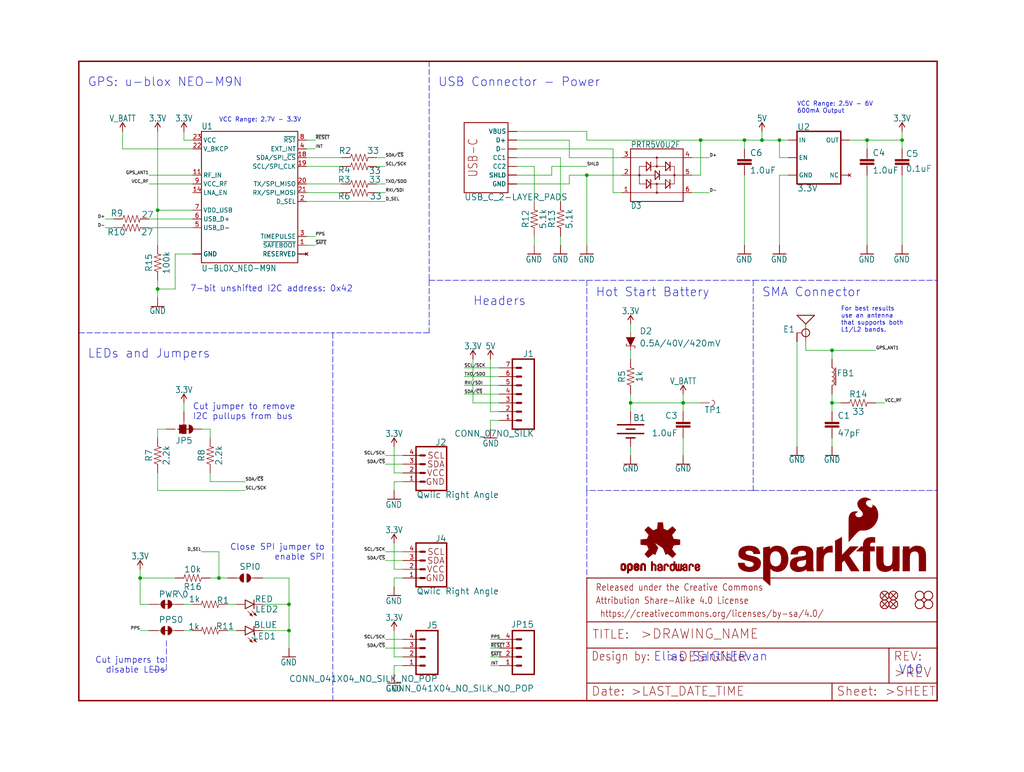
<source format=kicad_sch>
(kicad_sch (version 20211123) (generator eeschema)
  (paper "User" 297.002 223.926)
  (lib_symbols
    (symbol "SparkFun GPS NEO_M9N_SMA-eagle-import:0.1UF-0603-25V-(+80{slash}-20%)"
      (property "Reference" "C" (at 1.524 2.921 0))
      (property "Value" "0.1UF-0603-25V-(+80{slash}-20%)" (at 1.524 -2.159 0))
      (symbol "0.1UF-0603-25V-(+80{slash}-20%)_1_0"
        (pin passive line (at 0 5.08 270) (length 2.54) (name "1") (number "1"))
        (pin passive line (at 0 -2.54 90) (length 2.54) (name "2") (number "2"))
      )
    )
    (symbol "SparkFun GPS NEO_M9N_SMA-eagle-import:1.0UF-0603-16V-10%"
      (property "Reference" "C" (at 1.524 2.921 0))
      (property "Value" "1.0UF-0603-16V-10%" (at 1.524 -2.159 0))
      (symbol "1.0UF-0603-16V-10%_1_0"
        (pin passive line (at 0 5.08 270) (length 2.54) (name "1") (number "1"))
        (pin passive line (at 0 -2.54 90) (length 2.54) (name "2") (number "2"))
      )
    )
    (symbol "SparkFun GPS NEO_M9N_SMA-eagle-import:100KOHM-0603-1{slash}10W-1%"
      (property "Reference" "R" (at 0 1.524 0))
      (property "Value" "100KOHM-0603-1{slash}10W-1%" (at 0 -1.524 0))
      (symbol "100KOHM-0603-1{slash}10W-1%_1_0"
        (pin passive line (at -5.08 0 0) (length 2.54) (name "1") (number "1"))
        (pin passive line (at 5.08 0 180) (length 2.54) (name "2") (number "2"))
      )
    )
    (symbol "SparkFun GPS NEO_M9N_SMA-eagle-import:10KOHM-0402-1{slash}16W-1%"
      (property "Reference" "R" (at 0 1.524 0))
      (property "Value" "10KOHM-0402-1{slash}16W-1%" (at 0 -1.524 0))
      (symbol "10KOHM-0402-1{slash}16W-1%_1_0"
        (pin passive line (at -5.08 0 0) (length 2.54) (name "1") (number "1"))
        (pin passive line (at 5.08 0 180) (length 2.54) (name "2") (number "2"))
      )
    )
    (symbol "SparkFun GPS NEO_M9N_SMA-eagle-import:1KOHM-0603-1{slash}10W-1%"
      (property "Reference" "R" (at 0 1.524 0))
      (property "Value" "1KOHM-0603-1{slash}10W-1%" (at 0 -1.524 0))
      (symbol "1KOHM-0603-1{slash}10W-1%_1_0"
        (pin passive line (at -5.08 0 0) (length 2.54) (name "1") (number "1"))
        (pin passive line (at 5.08 0 180) (length 2.54) (name "2") (number "2"))
      )
    )
    (symbol "SparkFun GPS NEO_M9N_SMA-eagle-import:2.2KOHM-0603-1{slash}10W-1%"
      (property "Reference" "R" (at 0 1.524 0))
      (property "Value" "2.2KOHM-0603-1{slash}10W-1%" (at 0 -1.524 0))
      (symbol "2.2KOHM-0603-1{slash}10W-1%_1_0"
        (pin passive line (at -5.08 0 0) (length 2.54) (name "1") (number "1"))
        (pin passive line (at 5.08 0 180) (length 2.54) (name "2") (number "2"))
      )
    )
    (symbol "SparkFun GPS NEO_M9N_SMA-eagle-import:27OHM-0603-1{slash}10W-1%"
      (property "Reference" "R" (at 0 1.524 0))
      (property "Value" "27OHM-0603-1{slash}10W-1%" (at 0 -1.524 0))
      (symbol "27OHM-0603-1{slash}10W-1%_1_0"
        (pin passive line (at -5.08 0 0) (length 2.54) (name "1") (number "1"))
        (pin passive line (at 5.08 0 180) (length 2.54) (name "2") (number "2"))
      )
    )
    (symbol "SparkFun GPS NEO_M9N_SMA-eagle-import:3.3V" (power)
      (property "Value" "3.3V" (at 0 2.794 0))
      (symbol "3.3V_1_0"
        (pin power_in line (at 0 0 90) (length 2.54) (name "3.3V") (number "1"))
      )
    )
    (symbol "SparkFun GPS NEO_M9N_SMA-eagle-import:33OHM-0402-1{slash}10W-1%"
      (property "Reference" "R" (at 0 1.524 0))
      (property "Value" "33OHM-0402-1{slash}10W-1%" (at 0 -1.524 0))
      (symbol "33OHM-0402-1{slash}10W-1%_1_0"
        (pin passive line (at -5.08 0 0) (length 2.54) (name "1") (number "1"))
        (pin passive line (at 5.08 0 180) (length 2.54) (name "2") (number "2"))
      )
    )
    (symbol "SparkFun GPS NEO_M9N_SMA-eagle-import:33OHM-0603-1{slash}10W-1%"
      (property "Reference" "R" (at 0 1.524 0))
      (property "Value" "33OHM-0603-1{slash}10W-1%" (at 0 -1.524 0))
      (symbol "33OHM-0603-1{slash}10W-1%_1_0"
        (pin passive line (at -5.08 0 0) (length 2.54) (name "1") (number "1"))
        (pin passive line (at 5.08 0 180) (length 2.54) (name "2") (number "2"))
      )
    )
    (symbol "SparkFun GPS NEO_M9N_SMA-eagle-import:47PF-0402-25V-5%-X7R"
      (property "Reference" "C" (at 1.524 2.921 0))
      (property "Value" "47PF-0402-25V-5%-X7R" (at 1.524 -2.159 0))
      (symbol "47PF-0402-25V-5%-X7R_1_0"
        (pin passive line (at 0 5.08 270) (length 2.54) (name "1") (number "1"))
        (pin passive line (at 0 -2.54 90) (length 2.54) (name "2") (number "2"))
      )
    )
    (symbol "SparkFun GPS NEO_M9N_SMA-eagle-import:5.1KOHM5.1KOHM-0603-1{slash}10W-1%"
      (property "Reference" "R" (at 0 1.524 0))
      (property "Value" "5.1KOHM5.1KOHM-0603-1{slash}10W-1%" (at 0 -1.524 0))
      (symbol "5.1KOHM5.1KOHM-0603-1{slash}10W-1%_1_0"
        (pin passive line (at -5.08 0 0) (length 2.54) (name "1") (number "1"))
        (pin passive line (at 5.08 0 180) (length 2.54) (name "2") (number "2"))
      )
    )
    (symbol "SparkFun GPS NEO_M9N_SMA-eagle-import:5V" (power)
      (property "Value" "5V" (at 0 2.794 0))
      (symbol "5V_1_0"
        (pin power_in line (at 0 0 90) (length 2.54) (name "5V") (number "1"))
      )
    )
    (symbol "SparkFun GPS NEO_M9N_SMA-eagle-import:ANTENNA-GROUNDEDEDGE_SMA_SMD"
      (property "Reference" "E" (at 3.048 0 0))
      (property "Value" "ANTENNA-GROUNDEDEDGE_SMA_SMD" (at 3.048 -2.286 0))
      (symbol "ANTENNA-GROUNDEDEDGE_SMA_SMD_1_0"
        (pin bidirectional line (at 2.54 -2.54 90) (length 2.54) (name "GND") (number "GND@0"))
        (pin bidirectional line (at 2.54 -2.54 90) (length 2.54) (name "GND") (number "GND@1"))
        (pin bidirectional line (at 0 -2.54 90) (length 2.54) (name "SIGNAL") (number "SIG"))
      )
    )
    (symbol "SparkFun GPS NEO_M9N_SMA-eagle-import:CONN_041X04_NO_SILK_NO_POP"
      (property "Reference" "J" (at -5.08 8.128 0))
      (property "Value" "CONN_041X04_NO_SILK_NO_POP" (at -5.08 -7.366 0))
      (symbol "CONN_041X04_NO_SILK_NO_POP_1_0"
        (pin passive line (at 5.08 -2.54 180) (length 5.08) (name "1") (number "1"))
        (pin passive line (at 5.08 0 180) (length 5.08) (name "2") (number "2"))
        (pin passive line (at 5.08 2.54 180) (length 5.08) (name "3") (number "3"))
        (pin passive line (at 5.08 5.08 180) (length 5.08) (name "4") (number "4"))
      )
    )
    (symbol "SparkFun GPS NEO_M9N_SMA-eagle-import:CONN_07NO_SILK"
      (property "Reference" "J" (at -5.08 13.208 0))
      (property "Value" "CONN_07NO_SILK" (at -5.08 -9.906 0))
      (symbol "CONN_07NO_SILK_1_0"
        (pin passive line (at 5.08 -5.08 180) (length 5.08) (name "1") (number "1"))
        (pin passive line (at 5.08 -2.54 180) (length 5.08) (name "2") (number "2"))
        (pin passive line (at 5.08 0 180) (length 5.08) (name "3") (number "3"))
        (pin passive line (at 5.08 2.54 180) (length 5.08) (name "4") (number "4"))
        (pin passive line (at 5.08 5.08 180) (length 5.08) (name "5") (number "5"))
        (pin passive line (at 5.08 7.62 180) (length 5.08) (name "6") (number "6"))
        (pin passive line (at 5.08 10.16 180) (length 5.08) (name "7") (number "7"))
      )
    )
    (symbol "SparkFun GPS NEO_M9N_SMA-eagle-import:DIODE-SCHOTTKY-PMEG4005EJ"
      (property "Reference" "D" (at -2.54 2.032 0))
      (property "Value" "DIODE-SCHOTTKY-PMEG4005EJ" (at -2.54 -2.032 0))
      (symbol "DIODE-SCHOTTKY-PMEG4005EJ_1_0"
        (pin passive line (at -2.54 0 0) (length 0) (name "A") (number "A"))
        (pin passive line (at 2.54 0 180) (length 0) (name "C") (number "C"))
      )
    )
    (symbol "SparkFun GPS NEO_M9N_SMA-eagle-import:FERRITE_BEAD-120_OHM-0402"
      (property "Reference" "FB" (at 1.27 2.54 0))
      (property "Value" "FERRITE_BEAD-120_OHM-0402" (at 1.27 -2.54 0))
      (symbol "FERRITE_BEAD-120_OHM-0402_1_0"
        (pin passive line (at 0 5.08 270) (length 2.54) (name "1") (number "1"))
        (pin passive line (at 0 -5.08 90) (length 2.54) (name "2") (number "2"))
      )
    )
    (symbol "SparkFun GPS NEO_M9N_SMA-eagle-import:FIDUCIALUFIDUCIAL")
    (symbol "SparkFun GPS NEO_M9N_SMA-eagle-import:FRAME-LETTER"
      (symbol "FRAME-LETTER_2_0"
        (text " https://creativecommons.org/licenses/by-sa/4.0/" (at 2.54 24.13 0) (effects (font (size 1.9304 1.6408)) (justify left bottom)))
        (text ">DESIGNER" (at 23.114 11.176 0) (effects (font (size 2.7432 2.7432)) (justify left bottom)))
        (text ">DRAWING_NAME" (at 15.494 17.78 0) (effects (font (size 2.7432 2.7432)) (justify left bottom)))
        (text ">LAST_DATE_TIME" (at 12.7 1.27 0) (effects (font (size 2.54 2.54)) (justify left bottom)))
        (text ">REV" (at 88.9 6.604 0) (effects (font (size 2.7432 2.7432)) (justify left bottom)))
        (text ">SHEET" (at 86.36 1.27 0) (effects (font (size 2.54 2.54)) (justify left bottom)))
        (text "Attribution Share-Alike 4.0 License" (at 2.54 27.94 0) (effects (font (size 1.9304 1.6408)) (justify left bottom)))
        (text "Date:" (at 1.27 1.27 0) (effects (font (size 2.54 2.54)) (justify left bottom)))
        (text "Design by:" (at 1.27 11.43 0) (effects (font (size 2.54 2.159)) (justify left bottom)))
        (text "Released under the Creative Commons" (at 2.54 31.75 0) (effects (font (size 1.9304 1.6408)) (justify left bottom)))
        (text "REV:" (at 88.9 11.43 0) (effects (font (size 2.54 2.54)) (justify left bottom)))
        (text "Sheet:" (at 72.39 1.27 0) (effects (font (size 2.54 2.54)) (justify left bottom)))
        (text "TITLE:" (at 1.524 17.78 0) (effects (font (size 2.54 2.54)) (justify left bottom)))
      )
    )
    (symbol "SparkFun GPS NEO_M9N_SMA-eagle-import:GND" (power)
      (property "Value" "GND" (at 0 -0.254 0))
      (symbol "GND_1_0"
        (pin power_in line (at 0 2.54 270) (length 2.54) (name "GND") (number "1"))
      )
    )
    (symbol "SparkFun GPS NEO_M9N_SMA-eagle-import:I2C_STANDARDQWIIC"
      (property "Reference" "J" (at -5.08 7.874 0))
      (property "Value" "I2C_STANDARDQWIIC" (at -5.08 -5.334 0))
      (symbol "I2C_STANDARDQWIIC_1_0"
        (text "GND" (at -4.572 -2.54 0) (effects (font (size 1.778 1.778)) (justify left)))
        (text "SCL" (at -4.572 5.08 0) (effects (font (size 1.778 1.778)) (justify left)))
        (text "SDA" (at -4.572 2.54 0) (effects (font (size 1.778 1.778)) (justify left)))
        (text "VCC" (at -4.572 0 0) (effects (font (size 1.778 1.778)) (justify left)))
        (pin power_in line (at 7.62 -2.54 180) (length 5.08) (name "1") (number "1"))
        (pin power_in line (at 7.62 0 180) (length 5.08) (name "2") (number "2"))
        (pin passive line (at 7.62 2.54 180) (length 5.08) (name "3") (number "3"))
        (pin passive line (at 7.62 5.08 180) (length 5.08) (name "4") (number "4"))
      )
    )
    (symbol "SparkFun GPS NEO_M9N_SMA-eagle-import:JUMPER-SMT_2_NC_TRACE_SILK"
      (property "Reference" "JP" (at -2.54 2.54 0))
      (property "Value" "JUMPER-SMT_2_NC_TRACE_SILK" (at -2.54 -2.54 0))
      (symbol "JUMPER-SMT_2_NC_TRACE_SILK_1_0"
        (pin passive line (at -5.08 0 0) (length 2.54) (name "1") (number "1"))
        (pin passive line (at 5.08 0 180) (length 2.54) (name "2") (number "2"))
      )
    )
    (symbol "SparkFun GPS NEO_M9N_SMA-eagle-import:JUMPER-SMT_2_NO_SILK"
      (property "Reference" "JP" (at -2.54 2.54 0))
      (property "Value" "JUMPER-SMT_2_NO_SILK" (at -2.54 -2.54 0))
      (symbol "JUMPER-SMT_2_NO_SILK_1_0"
        (pin passive line (at -5.08 0 0) (length 2.54) (name "1") (number "1"))
        (pin passive line (at 5.08 0 180) (length 2.54) (name "2") (number "2"))
      )
    )
    (symbol "SparkFun GPS NEO_M9N_SMA-eagle-import:JUMPER-SMT_3_2-NC_TRACE_SILK"
      (property "Reference" "JP" (at 2.54 0.381 0))
      (property "Value" "JUMPER-SMT_3_2-NC_TRACE_SILK" (at 2.54 -0.381 0))
      (symbol "JUMPER-SMT_3_2-NC_TRACE_SILK_1_0"
        (pin passive line (at 0 5.08 270) (length 2.54) (name "1") (number "1"))
        (pin passive line (at -5.08 0 0) (length 2.54) (name "2") (number "2"))
        (pin passive line (at 0 -5.08 90) (length 2.54) (name "3") (number "3"))
      )
    )
    (symbol "SparkFun GPS NEO_M9N_SMA-eagle-import:LED-BLUE0603"
      (property "Reference" "D" (at -3.429 -4.572 90))
      (property "Value" "LED-BLUE0603" (at 1.905 -4.572 90))
      (symbol "LED-BLUE0603_1_0"
        (pin passive line (at 0 2.54 270) (length 2.54) (name "A") (number "A"))
        (pin passive line (at 0 -5.08 90) (length 2.54) (name "C") (number "C"))
      )
    )
    (symbol "SparkFun GPS NEO_M9N_SMA-eagle-import:LED-RED0603"
      (property "Reference" "D" (at -3.429 -4.572 90))
      (property "Value" "LED-RED0603" (at 1.905 -4.572 90))
      (symbol "LED-RED0603_1_0"
        (pin passive line (at 0 2.54 270) (length 2.54) (name "A") (number "A"))
        (pin passive line (at 0 -5.08 90) (length 2.54) (name "C") (number "C"))
      )
    )
    (symbol "SparkFun GPS NEO_M9N_SMA-eagle-import:ML414H_IV01E_BATTERY"
      (property "Reference" "BT" (at 0 4.318 0))
      (property "Value" "ML414H_IV01E_BATTERY" (at 0 -4.318 0))
      (symbol "ML414H_IV01E_BATTERY_1_0"
        (pin power_in line (at -5.08 0 0) (length 2.54) (name "+") (number "+"))
        (pin power_in line (at 5.08 0 180) (length 2.54) (name "-") (number "-"))
      )
    )
    (symbol "SparkFun GPS NEO_M9N_SMA-eagle-import:OSHW-LOGOMINI")
    (symbol "SparkFun GPS NEO_M9N_SMA-eagle-import:PRTR5V0U2F"
      (property "Reference" "D" (at -7.62 7.874 0))
      (property "Value" "PRTR5V0U2F" (at -7.62 -7.874 0))
      (symbol "PRTR5V0U2F_1_0"
        (pin bidirectional line (at -10.16 5.08 0) (length 2.54) (name "1") (number "1"))
        (pin bidirectional line (at -10.16 0 0) (length 2.54) (name "2") (number "2"))
        (pin bidirectional line (at -10.16 -5.08 0) (length 2.54) (name "3") (number "3"))
        (pin bidirectional line (at 10.16 -5.08 180) (length 2.54) (name "4") (number "4"))
        (pin bidirectional line (at 10.16 0 180) (length 2.54) (name "5") (number "5"))
        (pin bidirectional line (at 10.16 5.08 180) (length 2.54) (name "6") (number "6"))
      )
    )
    (symbol "SparkFun GPS NEO_M9N_SMA-eagle-import:SFE_LOGO_NAME_FLAME.1_INCH")
    (symbol "SparkFun GPS NEO_M9N_SMA-eagle-import:STAND-OFF")
    (symbol "SparkFun GPS NEO_M9N_SMA-eagle-import:TEST-POINT3X4"
      (property "Reference" "TP" (at -2.54 2.54 0))
      (property "Value" "TEST-POINT3X4" (at -2.54 -2.54 0))
      (symbol "TEST-POINT3X4_1_0"
        (pin bidirectional line (at 0 0 180) (length 0) (name "1") (number "P$1"))
      )
    )
    (symbol "SparkFun GPS NEO_M9N_SMA-eagle-import:U-BLOX_NEO-M9N"
      (property "Reference" "U" (at -12.7 18.288 0))
      (property "Value" "U-BLOX_NEO-M9N" (at -12.7 -22.86 0))
      (symbol "U-BLOX_NEO-M9N_1_0"
        (pin bidirectional line (at 17.78 -15.24 180) (length 2.54) (name "~{SAFEBOOT}") (number "1"))
        (pin bidirectional line (at -15.24 -17.78 0) (length 2.54) (name "GND") (number "10"))
        (pin bidirectional line (at -15.24 5.08 0) (length 2.54) (name "RF_IN") (number "11"))
        (pin bidirectional line (at -15.24 -17.78 0) (length 2.54) (name "GND") (number "12"))
        (pin bidirectional line (at -15.24 -17.78 0) (length 2.54) (name "GND") (number "13"))
        (pin bidirectional line (at -15.24 0 0) (length 2.54) (name "LNA_EN") (number "14"))
        (pin no_connect line (at 17.78 -17.78 180) (length 2.54) (name "RESERVED") (number "15"))
        (pin no_connect line (at 17.78 -17.78 180) (length 2.54) (name "RESERVED") (number "16"))
        (pin no_connect line (at 17.78 -17.78 180) (length 2.54) (name "RESERVED") (number "17"))
        (pin bidirectional line (at 17.78 10.16 180) (length 2.54) (name "SDA/SPI_~{CS}") (number "18"))
        (pin bidirectional line (at 17.78 7.62 180) (length 2.54) (name "SCL/SPI_CLK") (number "19"))
        (pin bidirectional line (at 17.78 -2.54 180) (length 2.54) (name "D_SEL") (number "2"))
        (pin bidirectional line (at 17.78 2.54 180) (length 2.54) (name "TX/SPI_MISO") (number "20"))
        (pin bidirectional line (at 17.78 0 180) (length 2.54) (name "RX/SPI_MOSI") (number "21"))
        (pin bidirectional line (at -15.24 12.7 0) (length 2.54) (name "V_BKCP") (number "22"))
        (pin bidirectional line (at -15.24 15.24 0) (length 2.54) (name "VCC") (number "23"))
        (pin bidirectional line (at -15.24 -17.78 0) (length 2.54) (name "GND") (number "24"))
        (pin bidirectional line (at 17.78 -12.7 180) (length 2.54) (name "TIMEPULSE") (number "3"))
        (pin bidirectional line (at 17.78 12.7 180) (length 2.54) (name "EXT_INT") (number "4"))
        (pin bidirectional line (at -15.24 -10.16 0) (length 2.54) (name "USB_D-") (number "5"))
        (pin bidirectional line (at -15.24 -7.62 0) (length 2.54) (name "USB_D+") (number "6"))
        (pin bidirectional line (at -15.24 -5.08 0) (length 2.54) (name "VDD_USB") (number "7"))
        (pin bidirectional line (at 17.78 15.24 180) (length 2.54) (name "~{RST}") (number "8"))
        (pin bidirectional line (at -15.24 2.54 0) (length 2.54) (name "VCC_RF") (number "9"))
      )
    )
    (symbol "SparkFun GPS NEO_M9N_SMA-eagle-import:USB_C_2-LAYER_PADS"
      (property "Reference" "J" (at -2.54 10.414 0))
      (property "Value" "USB_C_2-LAYER_PADS" (at -2.54 -12.446 0))
      (symbol "USB_C_2-LAYER_PADS_1_0"
        (text "USB-C" (at 0 0 900) (effects (font (size 2.54 2.159))))
        (pin bidirectional line (at 12.7 0 180) (length 2.54) (name "CC1") (number "A5"))
        (pin bidirectional line (at 12.7 5.08 180) (length 2.54) (name "D+") (number "A6"))
        (pin bidirectional line (at 12.7 2.54 180) (length 2.54) (name "D-") (number "A7"))
        (pin bidirectional line (at 12.7 -2.54 180) (length 2.54) (name "CC2") (number "B5"))
        (pin bidirectional line (at 12.7 5.08 180) (length 2.54) (name "D+") (number "B6"))
        (pin bidirectional line (at 12.7 2.54 180) (length 2.54) (name "D-") (number "B7"))
        (pin bidirectional line (at 12.7 -7.62 180) (length 2.54) (name "GND") (number "GND"))
        (pin bidirectional line (at 12.7 -7.62 180) (length 2.54) (name "GND") (number "GND2"))
        (pin bidirectional line (at 12.7 -5.08 180) (length 2.54) (name "SHLD") (number "SHLD1"))
        (pin bidirectional line (at 12.7 -5.08 180) (length 2.54) (name "SHLD") (number "SHLD2"))
        (pin bidirectional line (at 12.7 -5.08 180) (length 2.54) (name "SHLD") (number "SHLD3"))
        (pin bidirectional line (at 12.7 -5.08 180) (length 2.54) (name "SHLD") (number "SHLD4"))
        (pin bidirectional line (at 12.7 7.62 180) (length 2.54) (name "VBUS") (number "VBUS1"))
        (pin bidirectional line (at 12.7 7.62 180) (length 2.54) (name "VBUS") (number "VBUS2"))
      )
    )
    (symbol "SparkFun GPS NEO_M9N_SMA-eagle-import:V_BATT" (power)
      (property "Value" "V_BATT" (at 0 2.794 0))
      (symbol "V_BATT_1_0"
        (pin power_in line (at 0 0 90) (length 2.54) (name "V_BATT") (number "1"))
      )
    )
    (symbol "SparkFun GPS NEO_M9N_SMA-eagle-import:V_REG_AP2112K-3.3V"
      (property "Reference" "U" (at -7.62 7.874 0))
      (property "Value" "V_REG_AP2112K-3.3V" (at -7.62 -7.874 0))
      (symbol "V_REG_AP2112K-3.3V_1_0"
        (pin input line (at -10.16 5.08 0) (length 2.54) (name "IN") (number "1"))
        (pin input line (at -10.16 -5.08 0) (length 2.54) (name "GND") (number "2"))
        (pin input line (at -10.16 0 0) (length 2.54) (name "EN") (number "3"))
        (pin no_connect line (at 7.62 -5.08 180) (length 2.54) (name "NC") (number "4"))
        (pin passive line (at 7.62 5.08 180) (length 2.54) (name "OUT") (number "5"))
      )
    )
  )
  (junction (at 63.5 167.64))
  (junction (at 40.64 167.64))
  (junction (at 261.62 40.64))
  (junction (at 226.06 40.64))
  (junction (at 170.18 50.8))
  (junction (at 45.72 83.82))
  (junction (at 203.2 40.64))
  (junction (at 251.46 40.64))
  (junction (at 241.3 101.6))
  (junction (at 198.12 116.84))
  (junction (at 83.82 182.88))
  (junction (at 83.82 175.26))
  (junction (at 45.72 60.96))
  (junction (at 220.98 40.64))
  (junction (at 182.88 116.84))
  (junction (at 215.9 40.64))
  (junction (at 241.3 116.84))
  (polyline (pts (xy 218.44 142.24) (xy 271.78 142.24)))
  (wire (pts (xy 254 116.84) (xy 256.54 116.84)))
  (wire (pts (xy 165.1 50.8) (xy 165.1 53.34)))
  (wire (pts (xy 63.5 160.02) (xy 63.5 167.64)))
  (wire (pts (xy 226.06 45.72) (xy 226.06 40.64)))
  (wire (pts (xy 45.72 60.96) (xy 45.72 71.12)))
  (wire (pts (xy 144.78 106.68) (xy 134.62 106.68)))
  (wire (pts (xy 144.78 187.96) (xy 142.24 187.96)))
  (wire (pts (xy 241.3 127) (xy 241.3 129.54)))
  (wire (pts (xy 241.3 104.14) (xy 241.3 101.6)))
  (wire (pts (xy 40.64 167.64) (xy 40.64 165.1)))
  (wire (pts (xy 114.3 167.64) (xy 114.3 170.18)))
  (wire (pts (xy 149.86 50.8) (xy 160.02 50.8)))
  (wire (pts (xy 114.3 193.04) (xy 114.3 195.58)))
  (wire (pts (xy 261.62 71.12) (xy 261.62 50.8)))
  (wire (pts (xy 200.66 50.8) (xy 203.2 50.8)))
  (wire (pts (xy 116.84 137.16) (xy 114.3 137.16)))
  (wire (pts (xy 215.9 71.12) (xy 215.9 50.8)))
  (wire (pts (xy 154.94 58.42) (xy 154.94 48.26)))
  (wire (pts (xy 149.86 43.18) (xy 177.8 43.18)))
  (wire (pts (xy 55.88 60.96) (xy 45.72 60.96)))
  (wire (pts (xy 58.42 160.02) (xy 63.5 160.02)))
  (wire (pts (xy 88.9 40.64) (xy 91.44 40.64)))
  (wire (pts (xy 142.24 121.92) (xy 142.24 124.46)))
  (wire (pts (xy 251.46 40.64) (xy 261.62 40.64)))
  (wire (pts (xy 50.8 73.66) (xy 50.8 83.82)))
  (wire (pts (xy 109.22 53.34) (xy 111.76 53.34)))
  (wire (pts (xy 55.88 50.8) (xy 43.18 50.8)))
  (wire (pts (xy 231.14 99.06) (xy 231.14 129.54)))
  (wire (pts (xy 45.72 38.1) (xy 45.72 60.96)))
  (wire (pts (xy 88.9 58.42) (xy 111.76 58.42)))
  (wire (pts (xy 116.84 134.62) (xy 111.76 134.62)))
  (wire (pts (xy 88.9 55.88) (xy 99.06 55.88)))
  (wire (pts (xy 83.82 175.26) (xy 76.2 175.26)))
  (wire (pts (xy 43.18 175.26) (xy 40.64 175.26)))
  (wire (pts (xy 220.98 40.64) (xy 220.98 38.1)))
  (wire (pts (xy 160.02 50.8) (xy 160.02 48.26)))
  (wire (pts (xy 45.72 81.28) (xy 45.72 83.82)))
  (wire (pts (xy 228.6 50.8) (xy 226.06 50.8)))
  (wire (pts (xy 251.46 40.64) (xy 251.46 43.18)))
  (wire (pts (xy 45.72 83.82) (xy 45.72 86.36)))
  (wire (pts (xy 165.1 53.34) (xy 149.86 53.34)))
  (polyline (pts (xy 170.18 81.28) (xy 170.18 142.24)))
  (wire (pts (xy 144.78 185.42) (xy 142.24 185.42)))
  (polyline (pts (xy 170.18 142.24) (xy 170.18 167.64)))
  (wire (pts (xy 68.58 175.26) (xy 66.04 175.26)))
  (wire (pts (xy 261.62 43.18) (xy 261.62 40.64)))
  (wire (pts (xy 180.34 50.8) (xy 170.18 50.8)))
  (wire (pts (xy 215.9 40.64) (xy 203.2 40.64)))
  (wire (pts (xy 60.96 167.64) (xy 63.5 167.64)))
  (wire (pts (xy 170.18 38.1) (xy 170.18 40.64)))
  (wire (pts (xy 137.16 116.84) (xy 137.16 104.14)))
  (wire (pts (xy 99.06 48.26) (xy 88.9 48.26)))
  (wire (pts (xy 83.82 175.26) (xy 83.82 182.88)))
  (wire (pts (xy 233.68 101.6) (xy 241.3 101.6)))
  (wire (pts (xy 241.3 116.84) (xy 241.3 114.3)))
  (wire (pts (xy 50.8 167.64) (xy 40.64 167.64)))
  (wire (pts (xy 76.2 182.88) (xy 83.82 182.88)))
  (wire (pts (xy 228.6 45.72) (xy 226.06 45.72)))
  (polyline (pts (xy 48.26 194.31) (xy 48.26 185.42)))
  (wire (pts (xy 43.18 182.88) (xy 40.64 182.88)))
  (wire (pts (xy 116.84 162.56) (xy 111.76 162.56)))
  (wire (pts (xy 226.06 40.64) (xy 220.98 40.64)))
  (wire (pts (xy 55.88 73.66) (xy 50.8 73.66)))
  (wire (pts (xy 142.24 119.38) (xy 142.24 104.14)))
  (wire (pts (xy 60.96 127) (xy 60.96 124.46)))
  (wire (pts (xy 109.22 45.72) (xy 111.76 45.72)))
  (wire (pts (xy 220.98 40.64) (xy 215.9 40.64)))
  (wire (pts (xy 165.1 45.72) (xy 165.1 40.64)))
  (wire (pts (xy 109.22 48.26) (xy 111.76 48.26)))
  (wire (pts (xy 33.02 63.5) (xy 30.48 63.5)))
  (wire (pts (xy 99.06 45.72) (xy 88.9 45.72)))
  (wire (pts (xy 154.94 68.58) (xy 154.94 71.12)))
  (wire (pts (xy 88.9 68.58) (xy 91.44 68.58)))
  (wire (pts (xy 109.22 55.88) (xy 111.76 55.88)))
  (wire (pts (xy 33.02 66.04) (xy 30.48 66.04)))
  (wire (pts (xy 182.88 93.98) (xy 182.88 96.52)))
  (wire (pts (xy 177.8 43.18) (xy 177.8 55.88)))
  (wire (pts (xy 165.1 45.72) (xy 180.34 45.72)))
  (wire (pts (xy 203.2 50.8) (xy 203.2 40.64)))
  (wire (pts (xy 162.56 68.58) (xy 162.56 71.12)))
  (wire (pts (xy 200.66 45.72) (xy 205.74 45.72)))
  (wire (pts (xy 50.8 83.82) (xy 45.72 83.82)))
  (wire (pts (xy 215.9 43.18) (xy 215.9 40.64)))
  (wire (pts (xy 170.18 50.8) (xy 170.18 71.12)))
  (wire (pts (xy 241.3 119.38) (xy 241.3 116.84)))
  (wire (pts (xy 83.82 167.64) (xy 83.82 175.26)))
  (wire (pts (xy 144.78 109.22) (xy 134.62 109.22)))
  (wire (pts (xy 182.88 101.6) (xy 182.88 104.14)))
  (wire (pts (xy 53.34 175.26) (xy 55.88 175.26)))
  (wire (pts (xy 35.56 43.18) (xy 35.56 38.1)))
  (wire (pts (xy 88.9 53.34) (xy 99.06 53.34)))
  (wire (pts (xy 116.84 139.7) (xy 114.3 139.7)))
  (wire (pts (xy 45.72 124.46) (xy 48.26 124.46)))
  (wire (pts (xy 116.84 167.64) (xy 114.3 167.64)))
  (wire (pts (xy 53.34 38.1) (xy 53.34 40.64)))
  (wire (pts (xy 149.86 38.1) (xy 170.18 38.1)))
  (wire (pts (xy 116.84 190.5) (xy 114.3 190.5)))
  (wire (pts (xy 76.2 167.64) (xy 83.82 167.64)))
  (wire (pts (xy 60.96 139.7) (xy 71.12 139.7)))
  (wire (pts (xy 182.88 116.84) (xy 182.88 119.38)))
  (polyline (pts (xy 44.196 194.31) (xy 48.26 194.31)))
  (wire (pts (xy 149.86 45.72) (xy 162.56 45.72)))
  (wire (pts (xy 116.84 185.42) (xy 111.76 185.42)))
  (polyline (pts (xy 218.44 81.28) (xy 271.78 81.28)))
  (wire (pts (xy 144.78 193.04) (xy 142.24 193.04)))
  (wire (pts (xy 226.06 50.8) (xy 226.06 71.12)))
  (wire (pts (xy 203.2 40.64) (xy 170.18 40.64)))
  (wire (pts (xy 144.78 190.5) (xy 142.24 190.5)))
  (wire (pts (xy 63.5 167.64) (xy 66.04 167.64)))
  (wire (pts (xy 198.12 116.84) (xy 203.2 116.84)))
  (wire (pts (xy 55.88 40.64) (xy 53.34 40.64)))
  (wire (pts (xy 116.84 193.04) (xy 114.3 193.04)))
  (wire (pts (xy 55.88 43.18) (xy 35.56 43.18)))
  (wire (pts (xy 66.04 182.88) (xy 68.58 182.88)))
  (wire (pts (xy 55.88 53.34) (xy 43.18 53.34)))
  (wire (pts (xy 114.3 165.1) (xy 114.3 157.48)))
  (wire (pts (xy 45.72 142.24) (xy 71.12 142.24)))
  (wire (pts (xy 116.84 160.02) (xy 111.76 160.02)))
  (polyline (pts (xy 96.52 96.52) (xy 96.52 203.2)))
  (wire (pts (xy 198.12 127) (xy 198.12 132.08)))
  (polyline (pts (xy 218.44 81.28) (xy 218.44 142.24)))
  (wire (pts (xy 198.12 116.84) (xy 198.12 119.38)))
  (wire (pts (xy 55.88 66.04) (xy 43.18 66.04)))
  (wire (pts (xy 114.3 139.7) (xy 114.3 142.24)))
  (wire (pts (xy 144.78 111.76) (xy 134.62 111.76)))
  (wire (pts (xy 177.8 55.88) (xy 180.34 55.88)))
  (wire (pts (xy 116.84 187.96) (xy 111.76 187.96)))
  (wire (pts (xy 60.96 137.16) (xy 60.96 139.7)))
  (wire (pts (xy 165.1 40.64) (xy 149.86 40.64)))
  (wire (pts (xy 162.56 45.72) (xy 162.56 58.42)))
  (wire (pts (xy 170.18 50.8) (xy 165.1 50.8)))
  (wire (pts (xy 88.9 43.18) (xy 91.44 43.18)))
  (wire (pts (xy 243.84 116.84) (xy 241.3 116.84)))
  (wire (pts (xy 241.3 101.6) (xy 254 101.6)))
  (wire (pts (xy 88.9 71.12) (xy 91.44 71.12)))
  (polyline (pts (xy 124.46 17.78) (xy 124.46 81.28)))
  (polyline (pts (xy 22.86 96.52) (xy 96.52 96.52)))
  (wire (pts (xy 261.62 38.1) (xy 261.62 40.64)))
  (wire (pts (xy 53.34 182.88) (xy 55.88 182.88)))
  (wire (pts (xy 200.66 55.88) (xy 205.74 55.88)))
  (wire (pts (xy 182.88 114.3) (xy 182.88 116.84)))
  (polyline (pts (xy 124.46 81.28) (xy 170.18 81.28)))
  (wire (pts (xy 251.46 71.12) (xy 251.46 50.8)))
  (polyline (pts (xy 124.46 81.28) (xy 124.46 96.52)))
  (wire (pts (xy 144.78 121.92) (xy 142.24 121.92)))
  (wire (pts (xy 144.78 119.38) (xy 142.24 119.38)))
  (polyline (pts (xy 170.18 81.28) (xy 218.44 81.28)))
  (wire (pts (xy 144.78 116.84) (xy 137.16 116.84)))
  (wire (pts (xy 144.78 114.3) (xy 134.62 114.3)))
  (wire (pts (xy 60.96 124.46) (xy 58.42 124.46)))
  (wire (pts (xy 233.68 99.06) (xy 233.68 101.6)))
  (wire (pts (xy 198.12 116.84) (xy 198.12 114.3)))
  (wire (pts (xy 53.34 116.84) (xy 53.34 119.38)))
  (wire (pts (xy 160.02 48.26) (xy 170.18 48.26)))
  (wire (pts (xy 226.06 40.64) (xy 228.6 40.64)))
  (polyline (pts (xy 124.46 96.52) (xy 96.52 96.52)))
  (wire (pts (xy 45.72 137.16) (xy 45.72 142.24)))
  (wire (pts (xy 55.88 63.5) (xy 43.18 63.5)))
  (wire (pts (xy 83.82 187.96) (xy 83.82 182.88)))
  (wire (pts (xy 182.88 129.54) (xy 182.88 132.08)))
  (wire (pts (xy 114.3 190.5) (xy 114.3 182.88)))
  (wire (pts (xy 116.84 165.1) (xy 114.3 165.1)))
  (wire (pts (xy 116.84 132.08) (xy 111.76 132.08)))
  (polyline (pts (xy 218.44 142.24) (xy 170.18 142.24)))
  (wire (pts (xy 198.12 116.84) (xy 182.88 116.84)))
  (wire (pts (xy 154.94 48.26) (xy 149.86 48.26)))
  (wire (pts (xy 114.3 137.16) (xy 114.3 129.54)))
  (wire (pts (xy 246.38 40.64) (xy 251.46 40.64)))
  (wire (pts (xy 45.72 127) (xy 45.72 124.46)))
  (wire (pts (xy 40.64 167.64) (xy 40.64 175.26)))
  (text "Elias Santistevan" (at 189.484 192.024 180) (effects (font (size 2.54 2.54)) (justify left bottom)))
  (text "LEDs and Jumpers" (at 25.4 104.14 180) (effects (font (size 2.54 2.54)) (justify left bottom)))
  (text "VCC Range: 2.5V - 6V\n600mA Output" (at 231.14 33.02 180) (effects (font (size 1.27 1.27)) (justify left bottom)))
  (text "Close SPI jumper to\nenable SPI" (at 94.234 157.734 180) (effects (font (size 1.778 1.778)) (justify right top)))
  (text "GPS: u-blox NEO-M9N" (at 25.4 25.4 180) (effects (font (size 2.54 2.54)) (justify left bottom)))
  (text "7-bit unshifted I2C address: 0x42" (at 78.74 83.82 180) (effects (font (size 1.778 1.778))))
  (text "SMA Connector" (at 220.98 86.36 180) (effects (font (size 2.54 2.54)) (justify left bottom)))
  (text "Hot Start Battery" (at 172.72 86.36 180) (effects (font (size 2.54 2.54)) (justify left bottom)))
  (text "Cut jumpers to\ndisable LEDs" (at 48.006 190.5 180) (effects (font (size 1.778 1.778)) (justify right top)))
  (text "USB Connector - Power" (at 127 25.4 180) (effects (font (size 2.54 2.54)) (justify left bottom)))
  (text "VCC Range: 2.7V - 3.3V" (at 63.5 35.56 180) (effects (font (size 1.27 1.27)) (justify left bottom)))
  (text "V10" (at 260.604 195.834 180) (effects (font (size 2.54 2.54)) (justify left bottom)))
  (text "Cut jumper to remove\nI2C pullups from bus" (at 55.88 121.92 180) (effects (font (size 1.778 1.778)) (justify left bottom)))
  (text "Headers" (at 137.16 88.9 180) (effects (font (size 2.54 2.54)) (justify left bottom)))
  (text "For best results\nuse an antenna\nthat supports both\nL1/L2 bands." (at 243.84 96.52 0) (effects (font (size 1.27 1.27)) (justify left bottom)))
  (label "RXI/SDI" (at 134.62 111.76 0) (effects (font (size 0.889 0.889))))
  (label "RXI/SDI" (at 111.76 55.88 0) (effects (font (size 0.889 0.889))))
  (label "D+" (at 205.74 45.72 0) (effects (font (size 0.889 0.889))))
  (label "SDA/~{CS}" (at 111.76 187.96 180) (effects (font (size 0.889 0.889))))
  (label "SDA/~{CS}" (at 111.76 45.72 0) (effects (font (size 0.889 0.889))))
  (label "TXO/SDO" (at 134.62 109.22 0) (effects (font (size 0.889 0.889))))
  (label "~{SAFE}" (at 91.44 71.12 0) (effects (font (size 0.889 0.889))))
  (label "SCL/SCK" (at 111.76 132.08 180) (effects (font (size 0.889 0.889))))
  (label "D-" (at 205.74 55.88 0) (effects (font (size 0.889 0.889))))
  (label "SDA/~{CS}" (at 111.76 134.62 180) (effects (font (size 0.889 0.889))))
  (label "SCL/SCK" (at 111.76 48.26 0) (effects (font (size 0.889 0.889))))
  (label "SCL/SCK" (at 111.76 185.42 180) (effects (font (size 0.889 0.889))))
  (label "PPS" (at 40.64 182.88 180) (effects (font (size 0.889 0.889))))
  (label "D+" (at 30.48 63.5 180) (effects (font (size 0.889 0.889))))
  (label "SHLD" (at 170.18 48.26 0) (effects (font (size 0.889 0.889))))
  (label "PPS" (at 91.44 68.58 0) (effects (font (size 0.889 0.889))))
  (label "D_SEL" (at 111.76 58.42 0) (effects (font (size 0.889 0.889))))
  (label "D_SEL" (at 58.42 160.02 180) (effects (font (size 0.889 0.889))))
  (label "VCC_RF" (at 256.54 116.84 0) (effects (font (size 0.889 0.889))))
  (label "GPS_ANT1" (at 254 101.6 0) (effects (font (size 0.889 0.889))))
  (label "SCL/SCK" (at 71.12 142.24 0) (effects (font (size 0.889 0.889))))
  (label "SDA/~{CS}" (at 111.76 162.56 180) (effects (font (size 0.889 0.889))))
  (label "D-" (at 30.48 66.04 180) (effects (font (size 0.889 0.889))))
  (label "GPS_ANT1" (at 43.18 50.8 180) (effects (font (size 0.889 0.889))))
  (label "SCL/SCK" (at 134.62 106.68 0) (effects (font (size 0.889 0.889))))
  (label "SCL/SCK" (at 111.76 160.02 180) (effects (font (size 0.889 0.889))))
  (label "SDA/~{CS}" (at 71.12 139.7 0) (effects (font (size 0.889 0.889))))
  (label "PPS" (at 142.24 185.42 0) (effects (font (size 0.889 0.889))))
  (label "SDA/~{CS}" (at 134.62 114.3 0) (effects (font (size 0.889 0.889))))
  (label "~{RESET}" (at 91.44 40.64 0) (effects (font (size 0.889 0.889))))
  (label "VCC_RF" (at 43.18 53.34 180) (effects (font (size 0.889 0.889))))
  (label "TXO/SDO" (at 111.76 53.34 0) (effects (font (size 0.889 0.889))))
  (label "INT" (at 91.44 43.18 0) (effects (font (size 0.889 0.889))))
  (label "~{SAFE}" (at 142.24 190.5 0) (effects (font (size 0.889 0.889))))
  (label "INT" (at 142.24 193.04 0) (effects (font (size 0.889 0.889))))
  (label "~{RESET}" (at 142.24 187.96 0) (effects (font (size 0.889 0.889))))
  (symbol (lib_id "SparkFun GPS NEO_M9N_SMA-eagle-import:33OHM-0603-1{slash}10W-1%") (at 104.14 48.26 0) (unit 1)
    (property "Reference" "R4" (at 99.822 50.292 0) (effects (font (size 1.778 1.778)) (justify bottom)))
    (property "Value" "33" (at 108.712 50.546 0) (effects (font (size 1.778 1.778)) (justify bottom)))
    (property "Footprint" "SparkFun GPS NEO_M9N_SMA:0603" (effects hide))
  )
  (symbol (lib_id "SparkFun GPS NEO_M9N_SMA-eagle-import:33OHM-0603-1{slash}10W-1%") (at 104.14 53.34 0) (unit 1)
    (property "Reference" "R3" (at 99.822 53.086 0) (effects (font (size 1.778 1.778)) (justify bottom)))
    (property "Value" "33" (at 108.712 53.086 0) (effects (font (size 1.778 1.778)) (justify bottom)))
    (property "Footprint" "SparkFun GPS NEO_M9N_SMA:0603" (effects hide))
  )
  (symbol (lib_id "SparkFun GPS NEO_M9N_SMA-eagle-import:GND") (at 231.14 132.08 0) (unit 1)
    (property "Reference" "#GND27" (effects hide))
    (property "Value" "GND" (at 231.14 132.334 0) (effects (font (size 1.778 1.5113)) (justify top)))
    (property "Footprint" "SparkFun GPS NEO_M9N_SMA:" (effects hide))
  )
  (symbol (lib_id "SparkFun GPS NEO_M9N_SMA-eagle-import:I2C_STANDARDQWIIC") (at 124.46 165.1 0) (mirror y) (unit 1)
    (property "Reference" "J4" (at 129.54 157.226 0) (effects (font (size 1.778 1.778)) (justify left bottom)))
    (property "Value" "Qwiic Right Angle" (at 144.78 170.434 0) (effects (font (size 1.778 1.778)) (justify left top)))
    (property "Footprint" "SparkFun GPS NEO_M9N_SMA:JST04_1MM_RA" (effects hide))
  )
  (symbol (lib_id "SparkFun GPS NEO_M9N_SMA-eagle-import:1KOHM-0603-1{slash}10W-1%") (at 60.96 175.26 180) (unit 1)
    (property "Reference" "R1" (at 64.643 173.101 0) (effects (font (size 1.778 1.778)) (justify bottom)))
    (property "Value" "1k" (at 56.388 174.752 0) (effects (font (size 1.778 1.778)) (justify top)))
    (property "Footprint" "SparkFun GPS NEO_M9N_SMA:0603" (effects hide))
  )
  (symbol (lib_id "SparkFun GPS NEO_M9N_SMA-eagle-import:3.3V") (at 114.3 129.54 0) (unit 1)
    (property "Reference" "#SUPPLY4" (effects hide))
    (property "Value" "3.3V" (at 114.3 126.746 0) (effects (font (size 1.778 1.5113)) (justify bottom)))
    (property "Footprint" "SparkFun GPS NEO_M9N_SMA:" (effects hide))
  )
  (symbol (lib_id "SparkFun GPS NEO_M9N_SMA-eagle-import:CONN_07NO_SILK") (at 149.86 116.84 0) (mirror y) (unit 1)
    (property "Reference" "J1" (at 154.94 103.632 0) (effects (font (size 1.778 1.778)) (justify left bottom)))
    (property "Value" "CONN_07NO_SILK" (at 154.94 126.746 0) (effects (font (size 1.778 1.778)) (justify left bottom)))
    (property "Footprint" "SparkFun GPS NEO_M9N_SMA:1X07_NO_SILK" (effects hide))
  )
  (symbol (lib_id "SparkFun GPS NEO_M9N_SMA-eagle-import:GND") (at 162.56 73.66 0) (unit 1)
    (property "Reference" "#GND9" (effects hide))
    (property "Value" "GND" (at 160.02 76.2 0) (effects (font (size 1.778 1.5113)) (justify left bottom)))
    (property "Footprint" "SparkFun GPS NEO_M9N_SMA:" (effects hide))
  )
  (symbol (lib_id "SparkFun GPS NEO_M9N_SMA-eagle-import:2.2KOHM-0603-1{slash}10W-1%") (at 60.96 132.08 90) (unit 1)
    (property "Reference" "R8" (at 59.436 132.08 0) (effects (font (size 1.778 1.778)) (justify bottom)))
    (property "Value" "2.2k" (at 62.484 132.08 0) (effects (font (size 1.778 1.778)) (justify top)))
    (property "Footprint" "SparkFun GPS NEO_M9N_SMA:0603" (effects hide))
  )
  (symbol (lib_id "SparkFun GPS NEO_M9N_SMA-eagle-import:LED-RED0603") (at 71.12 175.26 90) (unit 1)
    (property "Reference" "LED2" (at 80.772 175.641 90) (effects (font (size 1.778 1.778)) (justify left bottom)))
    (property "Value" "RED" (at 79.248 174.752 90) (effects (font (size 1.778 1.778)) (justify left top)))
    (property "Footprint" "SparkFun GPS NEO_M9N_SMA:LED-0603" (effects hide))
  )
  (symbol (lib_id "SparkFun GPS NEO_M9N_SMA-eagle-import:GND") (at 251.46 73.66 0) (unit 1)
    (property "Reference" "#GND11" (effects hide))
    (property "Value" "GND" (at 248.92 76.2 0) (effects (font (size 1.778 1.5113)) (justify left bottom)))
    (property "Footprint" "SparkFun GPS NEO_M9N_SMA:" (effects hide))
  )
  (symbol (lib_id "SparkFun GPS NEO_M9N_SMA-eagle-import:47PF-0402-25V-5%-X7R") (at 241.3 124.46 0) (unit 1)
    (property "Reference" "C1" (at 242.824 121.539 0) (effects (font (size 1.778 1.778)) (justify left bottom)))
    (property "Value" "47pF" (at 242.824 126.619 0) (effects (font (size 1.778 1.778)) (justify left bottom)))
    (property "Footprint" "SparkFun GPS NEO_M9N_SMA:0402" (effects hide))
  )
  (symbol (lib_id "SparkFun GPS NEO_M9N_SMA-eagle-import:33OHM-0603-1{slash}10W-1%") (at 104.14 45.72 0) (unit 1)
    (property "Reference" "R2" (at 100.076 44.704 0) (effects (font (size 1.778 1.778)) (justify bottom)))
    (property "Value" "33" (at 108.204 44.704 0) (effects (font (size 1.778 1.778)) (justify bottom)))
    (property "Footprint" "SparkFun GPS NEO_M9N_SMA:0603" (effects hide))
  )
  (symbol (lib_id "SparkFun GPS NEO_M9N_SMA-eagle-import:1KOHM-0603-1{slash}10W-1%") (at 60.96 182.88 180) (unit 1)
    (property "Reference" "R11" (at 65.278 180.594 0) (effects (font (size 1.778 1.778)) (justify bottom)))
    (property "Value" "1k" (at 56.261 180.721 0) (effects (font (size 1.778 1.778)) (justify bottom)))
    (property "Footprint" "SparkFun GPS NEO_M9N_SMA:0603" (effects hide))
  )
  (symbol (lib_id "SparkFun GPS NEO_M9N_SMA-eagle-import:STAND-OFF") (at 269.24 172.72 0) (unit 1)
    (property "Reference" "JP31" (effects hide))
    (property "Value" "STAND-OFF" (effects hide))
    (property "Footprint" "SparkFun GPS NEO_M9N_SMA:STAND-OFF" (effects hide))
  )
  (symbol (lib_id "SparkFun GPS NEO_M9N_SMA-eagle-import:100KOHM-0603-1{slash}10W-1%") (at 45.72 76.2 90) (unit 1)
    (property "Reference" "R15" (at 44.196 76.2 0) (effects (font (size 1.778 1.778)) (justify bottom)))
    (property "Value" "100k" (at 47.244 76.2 0) (effects (font (size 1.778 1.778)) (justify top)))
    (property "Footprint" "SparkFun GPS NEO_M9N_SMA:0603" (effects hide))
  )
  (symbol (lib_id "SparkFun GPS NEO_M9N_SMA-eagle-import:LED-BLUE0603") (at 71.12 182.88 90) (unit 1)
    (property "Reference" "LED1" (at 80.137 183.515 90) (effects (font (size 1.778 1.778)) (justify left bottom)))
    (property "Value" "BLUE" (at 80.518 182.245 90) (effects (font (size 1.778 1.778)) (justify left top)))
    (property "Footprint" "SparkFun GPS NEO_M9N_SMA:LED-0603" (effects hide))
  )
  (symbol (lib_id "SparkFun GPS NEO_M9N_SMA-eagle-import:JUMPER-SMT_2_NC_TRACE_SILK") (at 48.26 182.88 180) (unit 1)
    (property "Reference" "PPS0" (at 45.974 180.721 0) (effects (font (size 1.778 1.778)) (justify right top)))
    (property "Value" "JUMPER-SMT_2_NC_TRACE_SILK" (effects hide))
    (property "Footprint" "SparkFun GPS NEO_M9N_SMA:SMT-JUMPER_2_NC_TRACE_SILK" (effects hide))
  )
  (symbol (lib_id "SparkFun GPS NEO_M9N_SMA-eagle-import:ANTENNA-GROUNDEDEDGE_SMA_SMD") (at 233.68 96.52 0) (mirror y) (unit 1)
    (property "Reference" "E1" (at 230.632 96.52 0) (effects (font (size 1.778 1.778)) (justify left bottom)))
    (property "Value" "ANTENNA-GROUNDEDEDGE_SMA_SMD" (effects hide))
    (property "Footprint" "SparkFun GPS NEO_M9N_SMA:SMA-EDGE-SMD" (effects hide))
  )
  (symbol (lib_id "SparkFun GPS NEO_M9N_SMA-eagle-import:STAND-OFF") (at 266.7 175.26 0) (unit 1)
    (property "Reference" "JP101" (effects hide))
    (property "Value" "STAND-OFF" (effects hide))
    (property "Footprint" "SparkFun GPS NEO_M9N_SMA:STAND-OFF" (effects hide))
  )
  (symbol (lib_id "SparkFun GPS NEO_M9N_SMA-eagle-import:FRAME-LETTER") (at 170.18 203.2 0) (unit 2)
    (property "Reference" "FRAME1" (effects hide))
    (property "Value" "FRAME-LETTER" (effects hide))
    (property "Footprint" "SparkFun GPS NEO_M9N_SMA:CREATIVE_COMMONS" (effects hide))
  )
  (symbol (lib_id "SparkFun GPS NEO_M9N_SMA-eagle-import:GND") (at 45.72 88.9 0) (unit 1)
    (property "Reference" "#GND3" (effects hide))
    (property "Value" "GND" (at 45.72 89.154 0) (effects (font (size 1.778 1.5113)) (justify top)))
    (property "Footprint" "SparkFun GPS NEO_M9N_SMA:" (effects hide))
  )
  (symbol (lib_id "SparkFun GPS NEO_M9N_SMA-eagle-import:1.0UF-0603-16V-10%") (at 215.9 48.26 0) (unit 1)
    (property "Reference" "C6" (at 217.424 45.339 0) (effects (font (size 1.778 1.778)) (justify left bottom)))
    (property "Value" "1.0uF" (at 217.424 50.419 0) (effects (font (size 1.778 1.778)) (justify left bottom)))
    (property "Footprint" "SparkFun GPS NEO_M9N_SMA:0603" (effects hide))
  )
  (symbol (lib_id "SparkFun GPS NEO_M9N_SMA-eagle-import:3.3V") (at 261.62 38.1 0) (unit 1)
    (property "Reference" "#SUPPLY2" (effects hide))
    (property "Value" "3.3V" (at 261.62 35.306 0) (effects (font (size 1.778 1.5113)) (justify bottom)))
    (property "Footprint" "SparkFun GPS NEO_M9N_SMA:" (effects hide))
  )
  (symbol (lib_id "SparkFun GPS NEO_M9N_SMA-eagle-import:USB_C_2-LAYER_PADS") (at 137.16 45.72 0) (unit 1)
    (property "Reference" "J3" (effects hide))
    (property "Value" "USB_C_2-LAYER_PADS" (at 134.62 58.166 0) (effects (font (size 1.778 1.778)) (justify left bottom)))
    (property "Footprint" "SparkFun GPS NEO_M9N_SMA:USB-C-16P-2LAYER-PADS" (effects hide))
  )
  (symbol (lib_id "SparkFun GPS NEO_M9N_SMA-eagle-import:TEST-POINT3X4") (at 203.2 116.84 0) (unit 1)
    (property "Reference" "TP1" (at 204.216 119.888 0) (effects (font (size 1.778 1.778)) (justify left bottom)))
    (property "Value" "TEST-POINT3X4" (effects hide))
    (property "Footprint" "SparkFun GPS NEO_M9N_SMA:PAD.03X.04" (effects hide))
  )
  (symbol (lib_id "SparkFun GPS NEO_M9N_SMA-eagle-import:SFE_LOGO_NAME_FLAME.1_INCH") (at 213.36 170.18 0) (unit 1)
    (property "Reference" "LOGO2" (effects hide))
    (property "Value" "SFE_LOGO_NAME_FLAME.1_INCH" (effects hide))
    (property "Footprint" "SparkFun GPS NEO_M9N_SMA:SFE_LOGO_NAME_FLAME_.1" (effects hide))
  )
  (symbol (lib_id "SparkFun GPS NEO_M9N_SMA-eagle-import:CONN_041X04_NO_SILK_NO_POP") (at 121.92 190.5 0) (mirror y) (unit 1)
    (property "Reference" "J5" (at 127 182.372 0) (effects (font (size 1.778 1.778)) (justify left bottom)))
    (property "Value" "CONN_041X04_NO_SILK_NO_POP" (at 127 197.866 0) (effects (font (size 1.778 1.778)) (justify left bottom)))
    (property "Footprint" "SparkFun GPS NEO_M9N_SMA:1X04_NO_SILK" (effects hide))
  )
  (symbol (lib_id "SparkFun GPS NEO_M9N_SMA-eagle-import:5.1KOHM5.1KOHM-0603-1{slash}10W-1%") (at 154.94 63.5 90) (unit 1)
    (property "Reference" "R12" (at 153.416 63.5 0) (effects (font (size 1.778 1.778)) (justify bottom)))
    (property "Value" "5.1k" (at 156.464 63.5 0) (effects (font (size 1.778 1.778)) (justify top)))
    (property "Footprint" "SparkFun GPS NEO_M9N_SMA:0603" (effects hide))
  )
  (symbol (lib_id "SparkFun GPS NEO_M9N_SMA-eagle-import:U-BLOX_NEO-M9N") (at 71.12 55.88 0) (unit 1)
    (property "Reference" "U1" (at 58.42 37.592 0) (effects (font (size 1.778 1.5113)) (justify left bottom)))
    (property "Value" "U-BLOX_NEO-M9N" (at 58.42 78.74 0) (effects (font (size 1.778 1.5113)) (justify left bottom)))
    (property "Footprint" "SparkFun GPS NEO_M9N_SMA:NEO-M9N_M8T_M8U" (effects hide))
  )
  (symbol (lib_id "SparkFun GPS NEO_M9N_SMA-eagle-import:GND") (at 142.24 127 0) (mirror y) (unit 1)
    (property "Reference" "#GND1" (effects hide))
    (property "Value" "GND" (at 144.78 129.54 0) (effects (font (size 1.778 1.5113)) (justify left bottom)))
    (property "Footprint" "SparkFun GPS NEO_M9N_SMA:" (effects hide))
  )
  (symbol (lib_id "SparkFun GPS NEO_M9N_SMA-eagle-import:3.3V") (at 182.88 93.98 0) (unit 1)
    (property "Reference" "#SUPPLY5" (effects hide))
    (property "Value" "3.3V" (at 182.88 91.186 0) (effects (font (size 1.778 1.5113)) (justify bottom)))
    (property "Footprint" "SparkFun GPS NEO_M9N_SMA:" (effects hide))
  )
  (symbol (lib_id "SparkFun GPS NEO_M9N_SMA-eagle-import:3.3V") (at 114.3 157.48 0) (unit 1)
    (property "Reference" "#SUPPLY8" (effects hide))
    (property "Value" "3.3V" (at 114.3 154.686 0) (effects (font (size 1.778 1.5113)) (justify bottom)))
    (property "Footprint" "SparkFun GPS NEO_M9N_SMA:" (effects hide))
  )
  (symbol (lib_id "SparkFun GPS NEO_M9N_SMA-eagle-import:5.1KOHM5.1KOHM-0603-1{slash}10W-1%") (at 162.56 63.5 90) (unit 1)
    (property "Reference" "R13" (at 161.036 63.5 0) (effects (font (size 1.778 1.778)) (justify bottom)))
    (property "Value" "5.1k" (at 164.084 63.5 0) (effects (font (size 1.778 1.778)) (justify top)))
    (property "Footprint" "SparkFun GPS NEO_M9N_SMA:0603" (effects hide))
  )
  (symbol (lib_id "SparkFun GPS NEO_M9N_SMA-eagle-import:1.0UF-0603-16V-10%") (at 198.12 124.46 0) (mirror y) (unit 1)
    (property "Reference" "C3" (at 196.596 121.539 0) (effects (font (size 1.778 1.778)) (justify left bottom)))
    (property "Value" "1.0uF" (at 196.596 126.619 0) (effects (font (size 1.778 1.778)) (justify left bottom)))
    (property "Footprint" "SparkFun GPS NEO_M9N_SMA:0603" (effects hide))
  )
  (symbol (lib_id "SparkFun GPS NEO_M9N_SMA-eagle-import:3.3V") (at 53.34 116.84 0) (unit 1)
    (property "Reference" "#SUPPLY9" (effects hide))
    (property "Value" "3.3V" (at 53.34 114.046 0) (effects (font (size 1.778 1.5113)) (justify bottom)))
    (property "Footprint" "SparkFun GPS NEO_M9N_SMA:" (effects hide))
  )
  (symbol (lib_id "SparkFun GPS NEO_M9N_SMA-eagle-import:GND") (at 241.3 132.08 0) (unit 1)
    (property "Reference" "#GND2" (effects hide))
    (property "Value" "GND" (at 241.3 132.334 0) (effects (font (size 1.778 1.5113)) (justify top)))
    (property "Footprint" "SparkFun GPS NEO_M9N_SMA:" (effects hide))
  )
  (symbol (lib_id "SparkFun GPS NEO_M9N_SMA-eagle-import:10KOHM-0402-1{slash}16W-1%") (at 55.88 167.64 180) (unit 1)
    (property "Reference" "R16" (at 55.88 169.164 0) (effects (font (size 1.778 1.778)) (justify bottom)))
    (property "Value" "10k" (at 55.88 166.116 0) (effects (font (size 1.778 1.778)) (justify top)))
    (property "Footprint" "SparkFun GPS NEO_M9N_SMA:0402" (effects hide))
  )
  (symbol (lib_id "SparkFun GPS NEO_M9N_SMA-eagle-import:5V") (at 220.98 38.1 0) (unit 1)
    (property "Reference" "#SUPPLY3" (effects hide))
    (property "Value" "5V" (at 220.98 35.306 0) (effects (font (size 1.778 1.5113)) (justify bottom)))
    (property "Footprint" "SparkFun GPS NEO_M9N_SMA:" (effects hide))
  )
  (symbol (lib_id "SparkFun GPS NEO_M9N_SMA-eagle-import:GND") (at 226.06 73.66 0) (unit 1)
    (property "Reference" "#GND14" (effects hide))
    (property "Value" "GND" (at 223.52 76.2 0) (effects (font (size 1.778 1.5113)) (justify left bottom)))
    (property "Footprint" "SparkFun GPS NEO_M9N_SMA:" (effects hide))
  )
  (symbol (lib_id "SparkFun GPS NEO_M9N_SMA-eagle-import:JUMPER-SMT_3_2-NC_TRACE_SILK") (at 53.34 124.46 270) (unit 1)
    (property "Reference" "JP5" (at 50.8 128.778 90) (effects (font (size 1.778 1.778)) (justify left bottom)))
    (property "Value" "JUMPER-SMT_3_2-NC_TRACE_SILK" (effects hide))
    (property "Footprint" "SparkFun GPS NEO_M9N_SMA:SMT-JUMPER_3_2-NC_TRACE_SILK" (effects hide))
  )
  (symbol (lib_id "SparkFun GPS NEO_M9N_SMA-eagle-import:PRTR5V0U2F") (at 190.5 50.8 0) (mirror x) (unit 1)
    (property "Reference" "D3" (at 182.88 58.674 0) (effects (font (size 1.778 1.5113)) (justify left bottom)))
    (property "Value" "PRTR5V0U2F" (at 182.88 42.926 0) (effects (font (size 1.778 1.5113)) (justify left top)))
    (property "Footprint" "SparkFun GPS NEO_M9N_SMA:SOT886" (effects hide))
  )
  (symbol (lib_id "SparkFun GPS NEO_M9N_SMA-eagle-import:2.2KOHM-0603-1{slash}10W-1%") (at 45.72 132.08 90) (unit 1)
    (property "Reference" "R7" (at 44.196 132.08 0) (effects (font (size 1.778 1.778)) (justify bottom)))
    (property "Value" "2.2k" (at 47.244 132.08 0) (effects (font (size 1.778 1.778)) (justify top)))
    (property "Footprint" "SparkFun GPS NEO_M9N_SMA:0603" (effects hide))
  )
  (symbol (lib_id "SparkFun GPS NEO_M9N_SMA-eagle-import:GND") (at 154.94 73.66 0) (unit 1)
    (property "Reference" "#GND15" (effects hide))
    (property "Value" "GND" (at 152.4 76.2 0) (effects (font (size 1.778 1.5113)) (justify left bottom)))
    (property "Footprint" "SparkFun GPS NEO_M9N_SMA:" (effects hide))
  )
  (symbol (lib_id "SparkFun GPS NEO_M9N_SMA-eagle-import:V_BATT") (at 198.12 114.3 0) (unit 1)
    (property "Reference" "#SUPPLY13" (effects hide))
    (property "Value" "V_BATT" (at 198.12 111.506 0) (effects (font (size 1.778 1.5113)) (justify bottom)))
    (property "Footprint" "SparkFun GPS NEO_M9N_SMA:" (effects hide))
  )
  (symbol (lib_id "SparkFun GPS NEO_M9N_SMA-eagle-import:3.3V") (at 53.34 38.1 0) (mirror y) (unit 1)
    (property "Reference" "#SUPPLY1" (effects hide))
    (property "Value" "3.3V" (at 53.34 35.306 0) (effects (font (size 1.778 1.5113)) (justify bottom)))
    (property "Footprint" "SparkFun GPS NEO_M9N_SMA:" (effects hide))
  )
  (symbol (lib_id "SparkFun GPS NEO_M9N_SMA-eagle-import:FERRITE_BEAD-120_OHM-0402") (at 241.3 109.22 0) (unit 1)
    (property "Reference" "FB1" (at 242.57 109.22 0) (effects (font (size 1.778 1.778)) (justify left bottom)))
    (property "Value" "FERRITE_BEAD-120_OHM-0402" (effects hide))
    (property "Footprint" "SparkFun GPS NEO_M9N_SMA:0402" (effects hide))
  )
  (symbol (lib_id "SparkFun GPS NEO_M9N_SMA-eagle-import:FRAME-LETTER") (at 22.86 203.2 0) (unit 1)
    (property "Reference" "FRAME1" (effects hide))
    (property "Value" "FRAME-LETTER" (effects hide))
    (property "Footprint" "SparkFun GPS NEO_M9N_SMA:CREATIVE_COMMONS" (effects hide))
  )
  (symbol (lib_id "SparkFun GPS NEO_M9N_SMA-eagle-import:CONN_041X04_NO_SILK_NO_POP") (at 149.86 190.5 0) (mirror y) (unit 1)
    (property "Reference" "JP15" (at 154.94 182.118 0) (effects (font (size 1.778 1.778)) (justify left bottom)))
    (property "Value" "CONN_041X04_NO_SILK_NO_POP" (at 154.94 200.66 0) (effects (font (size 1.778 1.778)) (justify left bottom)))
    (property "Footprint" "SparkFun GPS NEO_M9N_SMA:1X04_NO_SILK" (effects hide))
  )
  (symbol (lib_id "SparkFun GPS NEO_M9N_SMA-eagle-import:GND") (at 198.12 134.62 0) (unit 1)
    (property "Reference" "#GND10" (effects hide))
    (property "Value" "GND" (at 198.12 134.874 0) (effects (font (size 1.778 1.5113)) (justify top)))
    (property "Footprint" "SparkFun GPS NEO_M9N_SMA:" (effects hide))
  )
  (symbol (lib_id "SparkFun GPS NEO_M9N_SMA-eagle-import:GND") (at 170.18 73.66 0) (unit 1)
    (property "Reference" "#GND17" (effects hide))
    (property "Value" "GND" (at 167.64 76.2 0) (effects (font (size 1.778 1.5113)) (justify left bottom)))
    (property "Footprint" "SparkFun GPS NEO_M9N_SMA:" (effects hide))
  )
  (symbol (lib_id "SparkFun GPS NEO_M9N_SMA-eagle-import:I2C_STANDARDQWIIC") (at 124.46 137.16 0) (mirror y) (unit 1)
    (property "Reference" "J2" (at 129.54 129.286 0) (effects (font (size 1.778 1.778)) (justify left bottom)))
    (property "Value" "Qwiic Right Angle" (at 144.78 142.494 0) (effects (font (size 1.778 1.778)) (justify left top)))
    (property "Footprint" "SparkFun GPS NEO_M9N_SMA:JST04_1MM_RA" (effects hide))
  )
  (symbol (lib_id "SparkFun GPS NEO_M9N_SMA-eagle-import:JUMPER-SMT_2_NO_SILK") (at 71.12 167.64 180) (unit 1)
    (property "Reference" "SPI0" (at 69.342 165.354 0) (effects (font (size 1.778 1.778)) (justify right top)))
    (property "Value" "JUMPER-SMT_2_NO_SILK" (effects hide))
    (property "Footprint" "SparkFun GPS NEO_M9N_SMA:SMT-JUMPER_2_NO_SILK" (effects hide))
  )
  (symbol (lib_id "SparkFun GPS NEO_M9N_SMA-eagle-import:3.3V") (at 40.64 165.1 0) (unit 1)
    (property "Reference" "#SUPPLY12" (effects hide))
    (property "Value" "3.3V" (at 40.64 162.306 0) (effects (font (size 1.778 1.5113)) (justify bottom)))
    (property "Footprint" "SparkFun GPS NEO_M9N_SMA:" (effects hide))
  )
  (symbol (lib_id "SparkFun GPS NEO_M9N_SMA-eagle-import:3.3V") (at 137.16 104.14 0) (unit 1)
    (property "Reference" "#SUPPLY10" (effects hide))
    (property "Value" "3.3V" (at 137.16 101.346 0) (effects (font (size 1.778 1.5113)) (justify bottom)))
    (property "Footprint" "SparkFun GPS NEO_M9N_SMA:" (effects hide))
  )
  (symbol (lib_id "SparkFun GPS NEO_M9N_SMA-eagle-import:33OHM-0402-1{slash}10W-1%") (at 248.92 116.84 0) (unit 1)
    (property "Reference" "R14" (at 248.92 115.316 0) (effects (font (size 1.778 1.778)) (justify bottom)))
    (property "Value" "33" (at 248.92 118.364 0) (effects (font (size 1.778 1.778)) (justify top)))
    (property "Footprint" "SparkFun GPS NEO_M9N_SMA:0402" (effects hide))
  )
  (symbol (lib_id "SparkFun GPS NEO_M9N_SMA-eagle-import:FIDUCIALUFIDUCIAL") (at 256.54 175.26 270) (unit 1)
    (property "Reference" "JP71" (effects hide))
    (property "Value" "FIDUCIALUFIDUCIAL" (effects hide))
    (property "Footprint" "SparkFun GPS NEO_M9N_SMA:MICRO-FIDUCIAL" (effects hide))
  )
  (symbol (lib_id "SparkFun GPS NEO_M9N_SMA-eagle-import:33OHM-0603-1{slash}10W-1%") (at 104.14 55.88 0) (unit 1)
    (property "Reference" "R6" (at 99.822 57.912 0) (effects (font (size 1.778 1.778)) (justify bottom)))
    (property "Value" "33" (at 108.966 57.912 0) (effects (font (size 1.778 1.778)) (justify bottom)))
    (property "Footprint" "SparkFun GPS NEO_M9N_SMA:0603" (effects hide))
  )
  (symbol (lib_id "SparkFun GPS NEO_M9N_SMA-eagle-import:GND") (at 182.88 134.62 0) (unit 1)
    (property "Reference" "#GND5" (effects hide))
    (property "Value" "GND" (at 182.88 134.874 0) (effects (font (size 1.778 1.5113)) (justify top)))
    (property "Footprint" "SparkFun GPS NEO_M9N_SMA:" (effects hide))
  )
  (symbol (lib_id "SparkFun GPS NEO_M9N_SMA-eagle-import:GND") (at 215.9 73.66 0) (unit 1)
    (property "Reference" "#GND16" (effects hide))
    (property "Value" "GND" (at 213.36 76.2 0) (effects (font (size 1.778 1.5113)) (justify left bottom)))
    (property "Footprint" "SparkFun GPS NEO_M9N_SMA:" (effects hide))
  )
  (symbol (lib_id "SparkFun GPS NEO_M9N_SMA-eagle-import:1.0UF-0603-16V-10%") (at 251.46 48.26 0) (unit 1)
    (property "Reference" "C4" (at 252.984 45.339 0) (effects (font (size 1.778 1.778)) (justify left bottom)))
    (property "Value" "1.0uF" (at 252.984 50.419 0) (effects (font (size 1.778 1.778)) (justify left bottom)))
    (property "Footprint" "SparkFun GPS NEO_M9N_SMA:0603" (effects hide))
  )
  (symbol (lib_id "SparkFun GPS NEO_M9N_SMA-eagle-import:ML414H_IV01E_BATTERY") (at 182.88 124.46 270) (unit 1)
    (property "Reference" "B1" (at 185.42 122.174 90) (effects (font (size 1.778 1.778)) (justify bottom)))
    (property "Value" "6.8MM_COIN_CELL" (effects hide))
    (property "Footprint" "SparkFun GPS NEO_M9N_SMA:ML414H_IV01E" (effects hide))
  )
  (symbol (lib_id "SparkFun GPS NEO_M9N_SMA-eagle-import:GND") (at 261.62 73.66 0) (unit 1)
    (property "Reference" "#GND13" (effects hide))
    (property "Value" "GND" (at 259.08 76.2 0) (effects (font (size 1.778 1.5113)) (justify left bottom)))
    (property "Footprint" "SparkFun GPS NEO_M9N_SMA:" (effects hide))
  )
  (symbol (lib_id "SparkFun GPS NEO_M9N_SMA-eagle-import:27OHM-0603-1{slash}10W-1%") (at 38.1 63.5 0) (unit 1)
    (property "Reference" "R9" (at 33.909 62.865 0) (effects (font (size 1.778 1.778)) (justify bottom)))
    (property "Value" "27" (at 42.799 63.246 0) (effects (font (size 1.778 1.778)) (justify bottom)))
    (property "Footprint" "SparkFun GPS NEO_M9N_SMA:0603" (effects hide))
  )
  (symbol (lib_id "SparkFun GPS NEO_M9N_SMA-eagle-import:0.1UF-0603-25V-(+80{slash}-20%)") (at 261.62 45.72 180) (unit 1)
    (property "Reference" "C5" (at 262.636 45.593 0) (effects (font (size 1.778 1.778)) (justify right top)))
    (property "Value" "0.1uF" (at 262.636 49.911 0) (effects (font (size 1.778 1.778)) (justify right top)))
    (property "Footprint" "SparkFun GPS NEO_M9N_SMA:0603" (effects hide))
  )
  (symbol (lib_id "SparkFun GPS NEO_M9N_SMA-eagle-import:27OHM-0603-1{slash}10W-1%") (at 38.1 66.04 0) (unit 1)
    (property "Reference" "R10" (at 33.782 68.326 0) (effects (font (size 1.778 1.778)) (justify bottom)))
    (property "Value" "27" (at 42.672 68.326 0) (effects (font (size 1.778 1.778)) (justify bottom)))
    (property "Footprint" "SparkFun GPS NEO_M9N_SMA:0603" (effects hide))
  )
  (symbol (lib_id "SparkFun GPS NEO_M9N_SMA-eagle-import:JUMPER-SMT_2_NC_TRACE_SILK") (at 48.26 175.26 180) (unit 1)
    (property "Reference" "PWR\\0" (at 45.974 173.355 0) (effects (font (size 1.778 1.778)) (justify right top)))
    (property "Value" "JUMPER-SMT_2_NC_TRACE_SILK" (effects hide))
    (property "Footprint" "SparkFun GPS NEO_M9N_SMA:SMT-JUMPER_2_NC_TRACE_SILK" (effects hide))
  )
  (symbol (lib_id "SparkFun GPS NEO_M9N_SMA-eagle-import:DIODE-SCHOTTKY-PMEG4005EJ") (at 182.88 99.06 270) (unit 1)
    (property "Reference" "D2" (at 185.42 97.028 90) (effects (font (size 1.778 1.778)) (justify left bottom)))
    (property "Value" "0.5A/40V/420mV" (at 185.42 98.552 90) (effects (font (size 1.778 1.778)) (justify left top)))
    (property "Footprint" "SparkFun GPS NEO_M9N_SMA:SOD-323" (effects hide))
  )
  (symbol (lib_id "SparkFun GPS NEO_M9N_SMA-eagle-import:OSHW-LOGOMINI") (at 191.516 157.226 0) (unit 1)
    (property "Reference" "LOGO1" (effects hide))
    (property "Value" "OSHW-LOGOMINI" (effects hide))
    (property "Footprint" "SparkFun GPS NEO_M9N_SMA:OSHW-LOGO-MINI" (effects hide))
  )
  (symbol (lib_id "SparkFun GPS NEO_M9N_SMA-eagle-import:3.3V") (at 45.72 38.1 0) (mirror y) (unit 1)
    (property "Reference" "#SUPPLY6" (effects hide))
    (property "Value" "3.3V" (at 45.72 35.306 0) (effects (font (size 1.778 1.5113)) (justify bottom)))
    (property "Footprint" "SparkFun GPS NEO_M9N_SMA:" (effects hide))
  )
  (symbol (lib_id "SparkFun GPS NEO_M9N_SMA-eagle-import:STAND-OFF") (at 269.24 175.26 0) (unit 1)
    (property "Reference" "JP1" (effects hide))
    (property "Value" "STAND-OFF" (effects hide))
    (property "Footprint" "SparkFun GPS NEO_M9N_SMA:STAND-OFF" (effects hide))
  )
  (symbol (lib_id "SparkFun GPS NEO_M9N_SMA-eagle-import:FIDUCIALUFIDUCIAL") (at 259.08 175.26 270) (unit 1)
    (property "Reference" "JP81" (effects hide))
    (property "Value" "FIDUCIALUFIDUCIAL" (effects hide))
    (property "Footprint" "SparkFun GPS NEO_M9N_SMA:MICRO-FIDUCIAL" (effects hide))
  )
  (symbol (lib_id "SparkFun GPS NEO_M9N_SMA-eagle-import:GND") (at 114.3 172.72 0) (unit 1)
    (property "Reference" "#GND8" (effects hide))
    (property "Value" "GND" (at 111.76 175.26 0) (effects (font (size 1.778 1.5113)) (justify left bottom)))
    (property "Footprint" "SparkFun GPS NEO_M9N_SMA:" (effects hide))
  )
  (symbol (lib_id "SparkFun GPS NEO_M9N_SMA-eagle-import:GND") (at 114.3 198.12 0) (unit 1)
    (property "Reference" "#GND7" (effects hide))
    (property "Value" "GND" (at 111.76 200.66 0) (effects (font (size 1.778 1.5113)) (justify left bottom)))
    (property "Footprint" "SparkFun GPS NEO_M9N_SMA:" (effects hide))
  )
  (symbol (lib_id "SparkFun GPS NEO_M9N_SMA-eagle-import:1KOHM-0603-1{slash}10W-1%") (at 182.88 109.22 90) (unit 1)
    (property "Reference" "R5" (at 181.356 109.22 0) (effects (font (size 1.778 1.778)) (justify bottom)))
    (property "Value" "1k" (at 184.404 109.22 0) (effects (font (size 1.778 1.778)) (justify top)))
    (property "Footprint" "SparkFun GPS NEO_M9N_SMA:0603" (effects hide))
  )
  (symbol (lib_id "SparkFun GPS NEO_M9N_SMA-eagle-import:STAND-OFF") (at 266.7 172.72 0) (unit 1)
    (property "Reference" "JP91" (effects hide))
    (property "Value" "STAND-OFF" (effects hide))
    (property "Footprint" "SparkFun GPS NEO_M9N_SMA:STAND-OFF" (effects hide))
  )
  (symbol (lib_id "SparkFun GPS NEO_M9N_SMA-eagle-import:5V") (at 142.24 104.14 0) (unit 1)
    (property "Reference" "#SUPPLY11" (effects hide))
    (property "Value" "5V" (at 142.24 101.346 0) (effects (font (size 1.778 1.5113)) (justify bottom)))
    (property "Footprint" "SparkFun GPS NEO_M9N_SMA:" (effects hide))
  )
  (symbol (lib_id "SparkFun GPS NEO_M9N_SMA-eagle-import:GND") (at 114.3 144.78 0) (unit 1)
    (property "Reference" "#GND6" (effects hide))
    (property "Value" "GND" (at 111.76 147.32 0) (effects (font (size 1.778 1.5113)) (justify left bottom)))
    (property "Footprint" "SparkFun GPS NEO_M9N_SMA:" (effects hide))
  )
  (symbol (lib_id "SparkFun GPS NEO_M9N_SMA-eagle-import:GND") (at 83.82 190.5 0) (unit 1)
    (property "Reference" "#GND12" (effects hide))
    (property "Value" "GND" (at 81.28 193.04 0) (effects (font (size 1.778 1.5113)) (justify left bottom)))
    (property "Footprint" "SparkFun GPS NEO_M9N_SMA:" (effects hide))
  )
  (symbol (lib_id "SparkFun GPS NEO_M9N_SMA-eagle-import:3.3V") (at 114.3 182.88 0) (unit 1)
    (property "Reference" "#SUPPLY7" (effects hide))
    (property "Value" "3.3V" (at 114.3 180.086 0) (effects (font (size 1.778 1.5113)) (justify bottom)))
    (property "Footprint" "SparkFun GPS NEO_M9N_SMA:" (effects hide))
  )
  (symbol (lib_id "SparkFun GPS NEO_M9N_SMA-eagle-import:FIDUCIALUFIDUCIAL") (at 259.08 172.72 0) (unit 1)
    (property "Reference" "JP61" (effects hide))
    (property "Value" "FIDUCIALUFIDUCIAL" (effects hide))
    (property "Footprint" "SparkFun GPS NEO_M9N_SMA:MICRO-FIDUCIAL" (effects hide))
  )
  (symbol (lib_id "SparkFun GPS NEO_M9N_SMA-eagle-import:FIDUCIALUFIDUCIAL") (at 256.54 172.72 270) (unit 1)
    (property "Reference" "JP21" (effects hide))
    (property "Value" "FIDUCIALUFIDUCIAL" (effects hide))
    (property "Footprint" "SparkFun GPS NEO_M9N_SMA:MICRO-FIDUCIAL" (effects hide))
  )
  (symbol (lib_id "SparkFun GPS NEO_M9N_SMA-eagle-import:V_BATT") (at 35.56 38.1 0) (unit 1)
    (property "Reference" "#SUPPLY14" (effects hide))
    (property "Value" "V_BATT" (at 35.56 35.306 0) (effects (font (size 1.778 1.5113)) (justify bottom)))
    (property "Footprint" "SparkFun GPS NEO_M9N_SMA:" (effects hide))
  )
  (symbol (lib_id "SparkFun GPS NEO_M9N_SMA-eagle-import:V_REG_AP2112K-3.3V") (at 238.76 45.72 0) (unit 1)
    (property "Reference" "U2" (at 231.14 37.846 0) (effects (font (size 1.778 1.778)) (justify left bottom)))
    (property "Value" "3.3V" (at 231.14 53.594 0) (effects (font (size 1.778 1.778)) (justify left top)))
    (property "Footprint" "SparkFun GPS NEO_M9N_SMA:SOT23-5" (effects hide))
  )
)
</source>
